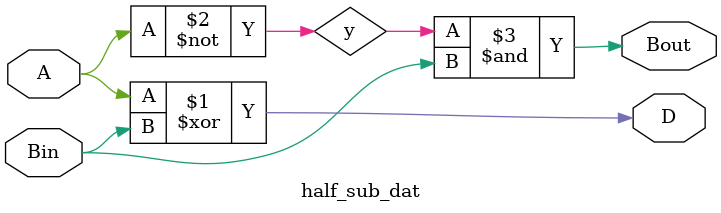
<source format=v>
module half_sub_dat(output D,Bout,input A,Bin);
  wire y;
  assign D=A ^ Bin;
  assign y=~A;
  assign Bout=y & Bin;
endmodule
</source>
